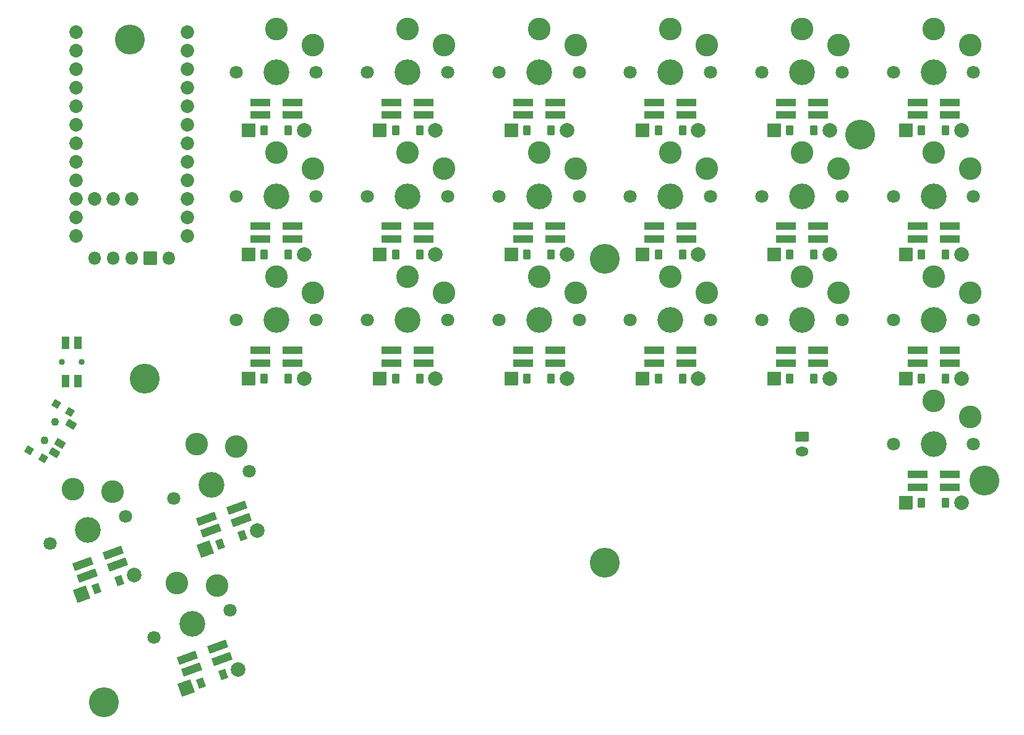
<source format=gbr>
%TF.GenerationSoftware,KiCad,Pcbnew,8.0.5*%
%TF.CreationDate,2024-09-15T18:22:07-04:00*%
%TF.ProjectId,theguy2,74686567-7579-4322-9e6b-696361645f70,v1.0.0*%
%TF.SameCoordinates,Original*%
%TF.FileFunction,Soldermask,Top*%
%TF.FilePolarity,Negative*%
%FSLAX46Y46*%
G04 Gerber Fmt 4.6, Leading zero omitted, Abs format (unit mm)*
G04 Created by KiCad (PCBNEW 8.0.5) date 2024-09-15 18:22:07*
%MOMM*%
%LPD*%
G01*
G04 APERTURE LIST*
G04 Aperture macros list*
%AMRoundRect*
0 Rectangle with rounded corners*
0 $1 Rounding radius*
0 $2 $3 $4 $5 $6 $7 $8 $9 X,Y pos of 4 corners*
0 Add a 4 corners polygon primitive as box body*
4,1,4,$2,$3,$4,$5,$6,$7,$8,$9,$2,$3,0*
0 Add four circle primitives for the rounded corners*
1,1,$1+$1,$2,$3*
1,1,$1+$1,$4,$5*
1,1,$1+$1,$6,$7*
1,1,$1+$1,$8,$9*
0 Add four rect primitives between the rounded corners*
20,1,$1+$1,$2,$3,$4,$5,0*
20,1,$1+$1,$4,$5,$6,$7,0*
20,1,$1+$1,$6,$7,$8,$9,0*
20,1,$1+$1,$8,$9,$2,$3,0*%
G04 Aperture macros list end*
%ADD10RoundRect,0.050000X0.164711X-0.614711X0.614711X0.164711X-0.164711X0.614711X-0.614711X-0.164711X0*%
%ADD11C,1.100000*%
%ADD12RoundRect,0.050000X0.316266X-0.702211X0.766266X0.077211X-0.316266X0.702211X-0.766266X-0.077211X0*%
%ADD13RoundRect,0.050000X-1.300000X-0.500000X1.300000X-0.500000X1.300000X0.500000X-1.300000X0.500000X0*%
%ADD14C,1.801800*%
%ADD15C,3.100000*%
%ADD16C,3.529000*%
%ADD17C,4.100000*%
%ADD18C,1.852600*%
%ADD19RoundRect,0.050000X-0.889000X-0.889000X0.889000X-0.889000X0.889000X0.889000X-0.889000X0.889000X0*%
%ADD20RoundRect,0.050000X-0.450000X-0.600000X0.450000X-0.600000X0.450000X0.600000X-0.450000X0.600000X0*%
%ADD21C,2.005000*%
%ADD22RoundRect,0.050000X-0.531331X-1.139443X1.139443X-0.531331X0.531331X1.139443X-1.139443X0.531331X0*%
%ADD23RoundRect,0.050000X-0.217650X-0.717725X0.628074X-0.409907X0.217650X0.717725X-0.628074X0.409907X0*%
%ADD24RoundRect,0.050000X-0.850000X0.600000X-0.850000X-0.600000X0.850000X-0.600000X0.850000X0.600000X0*%
%ADD25O,1.800000X1.300000*%
%ADD26C,0.850000*%
%ADD27RoundRect,0.050000X0.500000X-0.775000X0.500000X0.775000X-0.500000X0.775000X-0.500000X-0.775000X0*%
%ADD28O,1.800000X1.800000*%
%ADD29RoundRect,0.050000X-0.850000X-0.850000X0.850000X-0.850000X0.850000X0.850000X-0.850000X0.850000X0*%
%ADD30RoundRect,0.050000X-1.050590X-0.914472X1.392610X-0.025220X1.050590X0.914472X-1.392610X0.025220X0*%
G04 APERTURE END LIST*
D10*
%TO.C,T1*%
X174972372Y-106804294D03*
X176877628Y-107904294D03*
D11*
X177025000Y-105449038D03*
X178525000Y-102850962D03*
D10*
X178672372Y-100395706D03*
X180577628Y-101495706D03*
D12*
X180697003Y-103238943D03*
X179197003Y-105837019D03*
X178447003Y-107136057D03*
%TD*%
D13*
%TO.C,LED4*%
X296575000Y-110075000D03*
X296575000Y-111825000D03*
X300975000Y-111825000D03*
X300975000Y-110075000D03*
%TD*%
%TO.C,LED8*%
X278575000Y-93075000D03*
X278575000Y-94825000D03*
X282975000Y-94825000D03*
X282975000Y-93075000D03*
%TD*%
D14*
%TO.C,S17*%
X221275000Y-88950000D03*
D15*
X226775000Y-83000000D03*
D16*
X226775000Y-88950000D03*
D15*
X231775000Y-85200000D03*
D14*
X232275000Y-88950000D03*
%TD*%
D17*
%TO.C,*%
X253775000Y-122200000D03*
%TD*%
D14*
%TO.C,S14*%
X239275000Y-88950000D03*
D15*
X244775000Y-83000000D03*
D16*
X244775000Y-88950000D03*
D15*
X249775000Y-85200000D03*
D14*
X250275000Y-88950000D03*
%TD*%
D17*
%TO.C,*%
X288775000Y-63500000D03*
%TD*%
D18*
%TO.C,MCU1*%
X196595000Y-49480000D03*
X196595000Y-52020000D03*
X196595000Y-54560000D03*
X196595000Y-57100000D03*
X196595000Y-59640000D03*
X196595000Y-62180000D03*
X196595000Y-64720000D03*
X196595000Y-67260000D03*
X196595000Y-69800000D03*
X196595000Y-72340000D03*
X196595000Y-74880000D03*
X196595000Y-77420000D03*
X181355000Y-77420000D03*
X181355000Y-74880000D03*
X181355000Y-72340000D03*
X181355000Y-69800000D03*
X181355000Y-67260000D03*
X181355000Y-64720000D03*
X181355000Y-62180000D03*
X181355000Y-59640000D03*
X181355000Y-57100000D03*
X181355000Y-54560000D03*
X181355000Y-52020000D03*
X181355000Y-49480000D03*
X183895000Y-72340000D03*
X186435000Y-72340000D03*
X188975000Y-72340000D03*
%TD*%
D13*
%TO.C,LED17*%
X224575000Y-93075000D03*
X224575000Y-94825000D03*
X228975000Y-94825000D03*
X228975000Y-93075000D03*
%TD*%
D19*
%TO.C,D6*%
X294965000Y-79950000D03*
D20*
X297125000Y-79950000D03*
X300425000Y-79950000D03*
D21*
X302585000Y-79950000D03*
%TD*%
D13*
%TO.C,LED6*%
X296575000Y-76075000D03*
X296575000Y-77825000D03*
X300975000Y-77825000D03*
X300975000Y-76075000D03*
%TD*%
D14*
%TO.C,S11*%
X257275000Y-88950000D03*
D15*
X262775000Y-83000000D03*
D16*
X262775000Y-88950000D03*
D15*
X267775000Y-85200000D03*
D14*
X268275000Y-88950000D03*
%TD*%
%TO.C,S13*%
X257275000Y-54950000D03*
D15*
X262775000Y-49000000D03*
D16*
X262775000Y-54950000D03*
D15*
X267775000Y-51200000D03*
D14*
X268275000Y-54950000D03*
%TD*%
D13*
%TO.C,LED10*%
X278575000Y-59075000D03*
X278575000Y-60825000D03*
X282975000Y-60825000D03*
X282975000Y-59075000D03*
%TD*%
%TO.C,LED5*%
X296575000Y-93075000D03*
X296575000Y-94825000D03*
X300975000Y-94825000D03*
X300975000Y-93075000D03*
%TD*%
D19*
%TO.C,D11*%
X258965000Y-96950000D03*
D20*
X261125000Y-96950000D03*
X264425000Y-96950000D03*
D21*
X266585000Y-96950000D03*
%TD*%
D13*
%TO.C,LED15*%
X242575000Y-76075000D03*
X242575000Y-77825000D03*
X246975000Y-77825000D03*
X246975000Y-76075000D03*
%TD*%
D19*
%TO.C,D7*%
X294965000Y-62950000D03*
D20*
X297125000Y-62950000D03*
X300425000Y-62950000D03*
D21*
X302585000Y-62950000D03*
%TD*%
D14*
%TO.C,S23*%
X194735183Y-113423158D03*
D15*
X197868472Y-105950876D03*
D16*
X199903492Y-111542047D03*
D15*
X203319380Y-106308099D03*
D14*
X205071801Y-109660936D03*
%TD*%
D19*
%TO.C,D12*%
X258965000Y-79950000D03*
D20*
X261125000Y-79950000D03*
X264425000Y-79950000D03*
D21*
X266585000Y-79950000D03*
%TD*%
D17*
%TO.C,*%
X185217332Y-141363460D03*
%TD*%
D13*
%TO.C,LED14*%
X242575000Y-93075000D03*
X242575000Y-94825000D03*
X246975000Y-94825000D03*
X246975000Y-93075000D03*
%TD*%
D19*
%TO.C,D8*%
X276965000Y-96950000D03*
D20*
X279125000Y-96950000D03*
X282425000Y-96950000D03*
D21*
X284585000Y-96950000D03*
%TD*%
D19*
%TO.C,D13*%
X258965000Y-62950000D03*
D20*
X261125000Y-62950000D03*
X264425000Y-62950000D03*
D21*
X266585000Y-62950000D03*
%TD*%
D19*
%TO.C,D19*%
X222965000Y-62950000D03*
D20*
X225125000Y-62950000D03*
X228425000Y-62950000D03*
D21*
X230585000Y-62950000D03*
%TD*%
D13*
%TO.C,LED18*%
X224575000Y-76075000D03*
X224575000Y-77825000D03*
X228975000Y-77825000D03*
X228975000Y-76075000D03*
%TD*%
D14*
%TO.C,S15*%
X239275000Y-71950000D03*
D15*
X244775000Y-66000000D03*
D16*
X244775000Y-71950000D03*
D15*
X249775000Y-68200000D03*
D14*
X250275000Y-71950000D03*
%TD*%
D19*
%TO.C,D17*%
X222965000Y-96950000D03*
D20*
X225125000Y-96950000D03*
X228425000Y-96950000D03*
D21*
X230585000Y-96950000D03*
%TD*%
D17*
%TO.C,*%
X305775000Y-110950000D03*
%TD*%
D13*
%TO.C,LED21*%
X206575000Y-76075000D03*
X206575000Y-77825000D03*
X210975000Y-77825000D03*
X210975000Y-76075000D03*
%TD*%
D19*
%TO.C,D5*%
X294965000Y-96950000D03*
D20*
X297125000Y-96950000D03*
X300425000Y-96950000D03*
D21*
X302585000Y-96950000D03*
%TD*%
D14*
%TO.C,S20*%
X203275000Y-88950000D03*
D15*
X208775000Y-83000000D03*
D16*
X208775000Y-88950000D03*
D15*
X213775000Y-85200000D03*
D14*
X214275000Y-88950000D03*
%TD*%
D19*
%TO.C,D20*%
X204965000Y-96950000D03*
D20*
X207125000Y-96950000D03*
X210425000Y-96950000D03*
D21*
X212585000Y-96950000D03*
%TD*%
D13*
%TO.C,LED19*%
X224575000Y-59075000D03*
X224575000Y-60825000D03*
X228975000Y-60825000D03*
X228975000Y-59075000D03*
%TD*%
D19*
%TO.C,D10*%
X276965000Y-62950000D03*
D20*
X279125000Y-62950000D03*
X282425000Y-62950000D03*
D21*
X284585000Y-62950000D03*
%TD*%
D14*
%TO.C,S16*%
X239275000Y-54950000D03*
D15*
X244775000Y-49000000D03*
D16*
X244775000Y-54950000D03*
D15*
X249775000Y-51200000D03*
D14*
X250275000Y-54950000D03*
%TD*%
D22*
%TO.C,D25*%
X196416533Y-139415640D03*
D23*
X198446269Y-138676876D03*
X201547255Y-137548210D03*
D21*
X203576991Y-136809446D03*
%TD*%
D14*
%TO.C,S24*%
X177820716Y-119579520D03*
D15*
X180954005Y-112107238D03*
D16*
X182989025Y-117698409D03*
D15*
X186404913Y-112464461D03*
D14*
X188157334Y-115817298D03*
%TD*%
D13*
%TO.C,LED9*%
X278575000Y-76075000D03*
X278575000Y-77825000D03*
X282975000Y-77825000D03*
X282975000Y-76075000D03*
%TD*%
D24*
%TO.C,JST1*%
X280775000Y-104950000D03*
D25*
X280775000Y-106950000D03*
%TD*%
D14*
%TO.C,S8*%
X275275000Y-88950000D03*
D15*
X280775000Y-83000000D03*
D16*
X280775000Y-88950000D03*
D15*
X285775000Y-85200000D03*
D14*
X286275000Y-88950000D03*
%TD*%
D13*
%TO.C,LED22*%
X206575000Y-59075000D03*
X206575000Y-60825000D03*
X210975000Y-60825000D03*
X210975000Y-59075000D03*
%TD*%
D14*
%TO.C,S7*%
X293275000Y-54950000D03*
D15*
X298775000Y-49000000D03*
D16*
X298775000Y-54950000D03*
D15*
X303775000Y-51200000D03*
D14*
X304275000Y-54950000D03*
%TD*%
D19*
%TO.C,D4*%
X294965000Y-113950000D03*
D20*
X297125000Y-113950000D03*
X300425000Y-113950000D03*
D21*
X302585000Y-113950000D03*
%TD*%
D14*
%TO.C,S21*%
X203275000Y-71950000D03*
D15*
X208775000Y-66000000D03*
D16*
X208775000Y-71950000D03*
D15*
X213775000Y-68200000D03*
D14*
X214275000Y-71950000D03*
%TD*%
D19*
%TO.C,D15*%
X240965000Y-79950000D03*
D20*
X243125000Y-79950000D03*
X246425000Y-79950000D03*
D21*
X248585000Y-79950000D03*
%TD*%
D14*
%TO.C,S25*%
X192092292Y-132476113D03*
D15*
X195225581Y-125003831D03*
D16*
X197260601Y-130595002D03*
D15*
X200676489Y-125361054D03*
D14*
X202428910Y-128713891D03*
%TD*%
%TO.C,S6*%
X293275000Y-71950000D03*
D15*
X298775000Y-66000000D03*
D16*
X298775000Y-71950000D03*
D15*
X303775000Y-68200000D03*
D14*
X304275000Y-71950000D03*
%TD*%
D19*
%TO.C,D18*%
X222965000Y-79950000D03*
D20*
X225125000Y-79950000D03*
X228425000Y-79950000D03*
D21*
X230585000Y-79950000D03*
%TD*%
D26*
%TO.C,B1*%
X179400000Y-94650000D03*
X182150000Y-94650000D03*
D27*
X179925000Y-97275000D03*
X179925000Y-92025000D03*
X181625000Y-97275000D03*
X181625000Y-92025000D03*
%TD*%
D19*
%TO.C,D21*%
X204965000Y-79950000D03*
D20*
X207125000Y-79950000D03*
X210425000Y-79950000D03*
D21*
X212585000Y-79950000D03*
%TD*%
D14*
%TO.C,S10*%
X275275000Y-54950000D03*
D15*
X280775000Y-49000000D03*
D16*
X280775000Y-54950000D03*
D15*
X285775000Y-51200000D03*
D14*
X286275000Y-54950000D03*
%TD*%
%TO.C,S5*%
X293275000Y-88950000D03*
D15*
X298775000Y-83000000D03*
D16*
X298775000Y-88950000D03*
D15*
X303775000Y-85200000D03*
D14*
X304275000Y-88950000D03*
%TD*%
D22*
%TO.C,D23*%
X199059424Y-120362684D03*
D23*
X201089160Y-119623920D03*
X204190146Y-118495254D03*
D21*
X206219882Y-117756490D03*
%TD*%
D13*
%TO.C,LED13*%
X260575000Y-59075000D03*
X260575000Y-60825000D03*
X264975000Y-60825000D03*
X264975000Y-59075000D03*
%TD*%
D28*
%TO.C,niceView1*%
X194055000Y-80425000D03*
D29*
X191515000Y-80425000D03*
D28*
X188975000Y-80425000D03*
X186435000Y-80425000D03*
X183895000Y-80425000D03*
%TD*%
D17*
%TO.C,*%
X188775000Y-50450000D03*
%TD*%
D19*
%TO.C,D14*%
X240965000Y-96950000D03*
D20*
X243125000Y-96950000D03*
X246425000Y-96950000D03*
D21*
X248585000Y-96950000D03*
%TD*%
D19*
%TO.C,D16*%
X240965000Y-62950000D03*
D20*
X243125000Y-62950000D03*
X246425000Y-62950000D03*
D21*
X248585000Y-62950000D03*
%TD*%
D17*
%TO.C,*%
X190775000Y-96950000D03*
%TD*%
D13*
%TO.C,LED11*%
X260575000Y-93075000D03*
X260575000Y-94825000D03*
X264975000Y-94825000D03*
X264975000Y-93075000D03*
%TD*%
D30*
%TO.C,LED24*%
X182332535Y-122327085D03*
X182931070Y-123971547D03*
X187065717Y-122466659D03*
X186467182Y-120822197D03*
%TD*%
D14*
%TO.C,S22*%
X203275000Y-54950000D03*
D15*
X208775000Y-49000000D03*
D16*
X208775000Y-54950000D03*
D15*
X213775000Y-51200000D03*
D14*
X214275000Y-54950000D03*
%TD*%
D30*
%TO.C,LED23*%
X199247002Y-116170723D03*
X199845537Y-117815185D03*
X203980184Y-116310297D03*
X203381649Y-114665835D03*
%TD*%
D13*
%TO.C,LED12*%
X260575000Y-76075000D03*
X260575000Y-77825000D03*
X264975000Y-77825000D03*
X264975000Y-76075000D03*
%TD*%
%TO.C,LED20*%
X206575000Y-93075000D03*
X206575000Y-94825000D03*
X210975000Y-94825000D03*
X210975000Y-93075000D03*
%TD*%
D14*
%TO.C,S18*%
X221275000Y-71950000D03*
D15*
X226775000Y-66000000D03*
D16*
X226775000Y-71950000D03*
D15*
X231775000Y-68200000D03*
D14*
X232275000Y-71950000D03*
%TD*%
%TO.C,S4*%
X293275000Y-105950000D03*
D15*
X298775000Y-100000000D03*
D16*
X298775000Y-105950000D03*
D15*
X303775000Y-102200000D03*
D14*
X304275000Y-105950000D03*
%TD*%
D19*
%TO.C,D22*%
X204965000Y-62950000D03*
D20*
X207125000Y-62950000D03*
X210425000Y-62950000D03*
D21*
X212585000Y-62950000D03*
%TD*%
D30*
%TO.C,LED25*%
X196604111Y-135223678D03*
X197202646Y-136868140D03*
X201337293Y-135363252D03*
X200738758Y-133718790D03*
%TD*%
D17*
%TO.C,*%
X253775000Y-80500000D03*
%TD*%
D22*
%TO.C,D24*%
X182144957Y-126519047D03*
D23*
X184174693Y-125780283D03*
X187275679Y-124651617D03*
D21*
X189305415Y-123912853D03*
%TD*%
D13*
%TO.C,LED7*%
X296575000Y-59075000D03*
X296575000Y-60825000D03*
X300975000Y-60825000D03*
X300975000Y-59075000D03*
%TD*%
D14*
%TO.C,S9*%
X275275000Y-71950000D03*
D15*
X280775000Y-66000000D03*
D16*
X280775000Y-71950000D03*
D15*
X285775000Y-68200000D03*
D14*
X286275000Y-71950000D03*
%TD*%
D19*
%TO.C,D9*%
X276965000Y-79950000D03*
D20*
X279125000Y-79950000D03*
X282425000Y-79950000D03*
D21*
X284585000Y-79950000D03*
%TD*%
D13*
%TO.C,LED16*%
X242575000Y-59075000D03*
X242575000Y-60825000D03*
X246975000Y-60825000D03*
X246975000Y-59075000D03*
%TD*%
D14*
%TO.C,S12*%
X257275000Y-71950000D03*
D15*
X262775000Y-66000000D03*
D16*
X262775000Y-71950000D03*
D15*
X267775000Y-68200000D03*
D14*
X268275000Y-71950000D03*
%TD*%
%TO.C,S19*%
X221275000Y-54950000D03*
D15*
X226775000Y-49000000D03*
D16*
X226775000Y-54950000D03*
D15*
X231775000Y-51200000D03*
D14*
X232275000Y-54950000D03*
%TD*%
M02*

</source>
